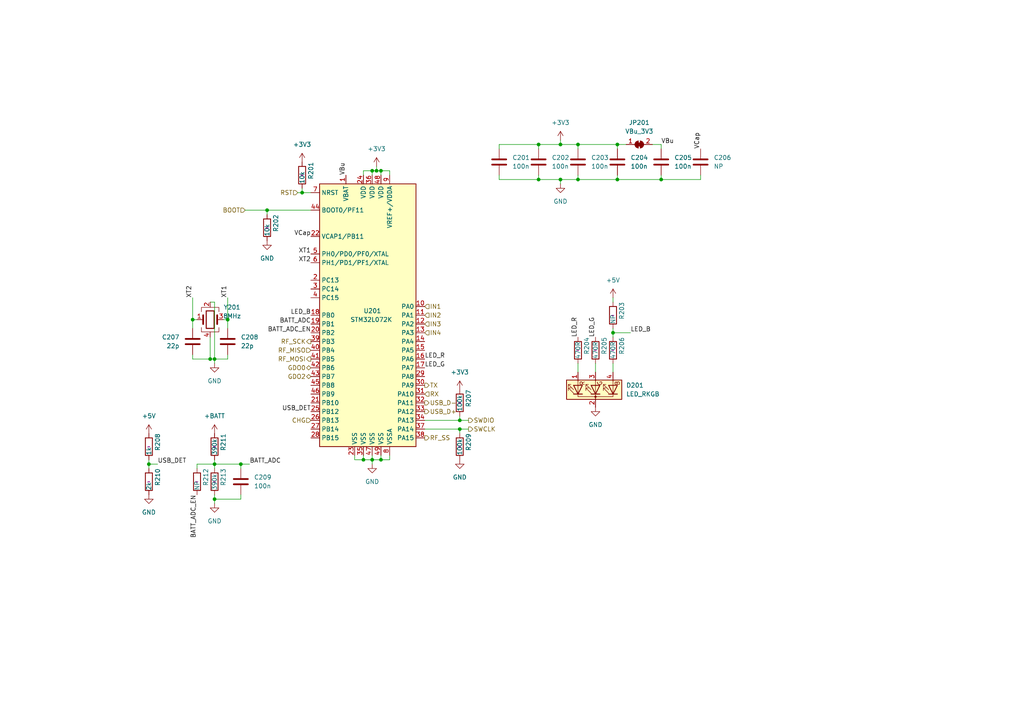
<source format=kicad_sch>
(kicad_sch (version 20211123) (generator eeschema)
  (paper "A4")
  (lib_symbols
    (symbol "Device:C" (pin_numbers hide) (pin_names (offset 0.254))
      (property "Reference" "C" (at 0.635 2.54 0))
      (property "Value" "C" (at 0.635 -2.54 0))
      (symbol "C_0_1"
        (polyline (pts (xy -2.032 -0.762) (xy 2.032 -0.762)) (stroke (width 0.508)))
        (polyline (pts (xy -2.032 0.762) (xy 2.032 0.762)) (stroke (width 0.508)))
      )
      (symbol "C_1_1"
        (pin passive line (at 0 3.81 270) (length 2.794) (name "~") (number "1"))
        (pin passive line (at 0 -3.81 90) (length 2.794) (name "~") (number "2"))
      )
    )
    (symbol "Device:Crystal_GND24" (pin_names (offset 1.016) hide)
      (property "Reference" "Y" (at 3.175 5.08 0))
      (property "Value" "Crystal_GND24" (at 3.175 3.175 0))
      (symbol "Crystal_GND24_0_1"
        (rectangle (start -1.143 2.54) (end 1.143 -2.54) (stroke (width 0.3048)))
        (polyline (pts (xy -2.54 0) (xy -2.032 0)))
        (polyline (pts (xy -2.032 -1.27) (xy -2.032 1.27)) (stroke (width 0.508)))
        (polyline (pts (xy 0 -3.81) (xy 0 -3.556)))
        (polyline (pts (xy 0 3.556) (xy 0 3.81)))
        (polyline (pts (xy 2.032 -1.27) (xy 2.032 1.27)) (stroke (width 0.508)))
        (polyline (pts (xy 2.032 0) (xy 2.54 0)))
        (polyline (pts (xy -2.54 -2.286) (xy -2.54 -3.556) (xy 2.54 -3.556) (xy 2.54 -2.286)))
        (polyline (pts (xy -2.54 2.286) (xy -2.54 3.556) (xy 2.54 3.556) (xy 2.54 2.286)))
      )
      (symbol "Crystal_GND24_1_1"
        (pin passive line (at -3.81 0 0) (length 1.27) (name "1") (number "1"))
        (pin passive line (at 0 5.08 270) (length 1.27) (name "2") (number "2"))
        (pin passive line (at 3.81 0 180) (length 1.27) (name "3") (number "3"))
        (pin passive line (at 0 -5.08 90) (length 1.27) (name "4") (number "4"))
      )
    )
    (symbol "Device:LED_RKGB" (pin_names (offset 0) hide)
      (property "Reference" "D" (at 0 9.398 0))
      (property "Value" "LED_RKGB" (at 0 -8.89 0))
      (symbol "LED_RKGB_0_0"
        (text "B" (at 1.905 -6.35 0) (effects (font (size 1.27 1.27))))
        (text "G" (at 1.905 -1.27 0) (effects (font (size 1.27 1.27))))
        (text "R" (at 1.905 3.81 0) (effects (font (size 1.27 1.27))))
      )
      (symbol "LED_RKGB_0_1"
        (circle (center -2.032 0) (radius 0.254) (fill (type outline)))
        (polyline (pts (xy -1.27 -5.08) (xy 1.27 -5.08)))
        (polyline (pts (xy -1.27 -3.81) (xy -1.27 -6.35)) (stroke (width 0.254)))
        (polyline (pts (xy -1.27 0) (xy -2.54 0)))
        (polyline (pts (xy -1.27 1.27) (xy -1.27 -1.27)) (stroke (width 0.254)))
        (polyline (pts (xy -1.27 5.08) (xy 1.27 5.08)))
        (polyline (pts (xy -1.27 6.35) (xy -1.27 3.81)) (stroke (width 0.254)))
        (polyline (pts (xy 1.27 -5.08) (xy 2.54 -5.08)))
        (polyline (pts (xy 1.27 0) (xy -1.27 0)))
        (polyline (pts (xy 1.27 0) (xy 2.54 0)))
        (polyline (pts (xy 1.27 5.08) (xy 2.54 5.08)))
        (polyline (pts (xy -1.27 1.27) (xy -1.27 -1.27) (xy -1.27 -1.27)))
        (polyline (pts (xy -1.27 6.35) (xy -1.27 3.81) (xy -1.27 3.81)))
        (polyline (pts (xy -1.27 5.08) (xy -2.032 5.08) (xy -2.032 -5.08) (xy -1.016 -5.08)))
        (polyline (pts (xy 1.27 -3.81) (xy 1.27 -6.35) (xy -1.27 -5.08) (xy 1.27 -3.81)) (stroke (width 0.254)))
        (polyline (pts (xy 1.27 1.27) (xy 1.27 -1.27) (xy -1.27 0) (xy 1.27 1.27)) (stroke (width 0.254)))
        (polyline (pts (xy 1.27 6.35) (xy 1.27 3.81) (xy -1.27 5.08) (xy 1.27 6.35)) (stroke (width 0.254)))
        (polyline (pts (xy -1.016 -3.81) (xy 0.508 -2.286) (xy -0.254 -2.286) (xy 0.508 -2.286) (xy 0.508 -3.048)))
        (polyline (pts (xy -1.016 1.27) (xy 0.508 2.794) (xy -0.254 2.794) (xy 0.508 2.794) (xy 0.508 2.032)))
        (polyline (pts (xy -1.016 6.35) (xy 0.508 7.874) (xy -0.254 7.874) (xy 0.508 7.874) (xy 0.508 7.112)))
        (polyline (pts (xy 0 -3.81) (xy 1.524 -2.286) (xy 0.762 -2.286) (xy 1.524 -2.286) (xy 1.524 -3.048)))
        (polyline (pts (xy 0 1.27) (xy 1.524 2.794) (xy 0.762 2.794) (xy 1.524 2.794) (xy 1.524 2.032)))
        (polyline (pts (xy 0 6.35) (xy 1.524 7.874) (xy 0.762 7.874) (xy 1.524 7.874) (xy 1.524 7.112)))
        (rectangle (start 1.27 -1.27) (end 1.27 1.27))
        (rectangle (start 1.27 1.27) (end 1.27 1.27))
        (rectangle (start 1.27 3.81) (end 1.27 6.35))
        (rectangle (start 1.27 6.35) (end 1.27 6.35))
        (rectangle (start 2.794 8.382) (end -2.794 -7.62) (stroke (width 0.254)) (fill (type background)))
      )
      (symbol "LED_RKGB_1_1"
        (pin passive line (at 5.08 5.08 180) (length 2.54) (name "RA") (number "1"))
        (pin passive line (at -5.08 0 0) (length 2.54) (name "K") (number "2"))
        (pin passive line (at 5.08 0 180) (length 2.54) (name "GA") (number "3"))
        (pin passive line (at 5.08 -5.08 180) (length 2.54) (name "BA") (number "4"))
      )
    )
    (symbol "Device:R" (pin_numbers hide) (pin_names (offset 0))
      (property "Reference" "R" (at 2.032 0 90))
      (property "Value" "R" (at 0 0 90))
      (symbol "R_0_1"
        (rectangle (start -1.016 -2.54) (end 1.016 2.54) (stroke (width 0.254)))
      )
      (symbol "R_1_1"
        (pin passive line (at 0 3.81 270) (length 1.27) (name "~") (number "1"))
        (pin passive line (at 0 -3.81 90) (length 1.27) (name "~") (number "2"))
      )
    )
    (symbol "Jumper:SolderJumper_2_Bridged" (pin_names (offset 0) hide)
      (property "Reference" "JP" (at 0 2.032 0))
      (property "Value" "SolderJumper_2_Bridged" (at 0 -2.54 0))
      (symbol "SolderJumper_2_Bridged_0_1"
        (rectangle (start -0.508 0.508) (end 0.508 -0.508) (fill (type outline)))
        (arc (start -0.254 1.016) (mid -1.27 0) (end -0.254 -1.016))
        (arc (start -0.254 1.016) (mid -1.27 0) (end -0.254 -1.016) (fill (type outline)))
        (polyline (pts (xy -0.254 1.016) (xy -0.254 -1.016)))
        (polyline (pts (xy 0.254 1.016) (xy 0.254 -1.016)))
        (arc (start 0.254 -1.016) (mid 1.27 0) (end 0.254 1.016))
        (arc (start 0.254 -1.016) (mid 1.27 0) (end 0.254 1.016) (fill (type outline)))
      )
      (symbol "SolderJumper_2_Bridged_1_1"
        (pin passive line (at -3.81 0 0) (length 2.54) (name "A") (number "1"))
        (pin passive line (at 3.81 0 180) (length 2.54) (name "B") (number "2"))
      )
    )
    (symbol "MCU_ST_STM32F4:STM32FxxxCx"
      (property "Reference" "U301" (at 4.5594 43.18 0))
      (property "Value" "STM32FxxxCx" (at 4.5594 40.64 0))
      (symbol "STM32FxxxCx_0_1"
        (rectangle (start -15.24 -38.1) (end 12.7 38.1) (stroke (width 0.254)) (fill (type background)))
      )
      (symbol "STM32FxxxCx_1_1"
        (pin power_in line (at -7.62 40.64 270) (length 2.54) (name "VBAT") (number "1"))
        (pin bidirectional line (at 15.24 2.54 180) (length 2.54) (name "PA0") (number "10"))
        (pin bidirectional line (at 15.24 0 180) (length 2.54) (name "PA1") (number "11"))
        (pin bidirectional line (at 15.24 -2.54 180) (length 2.54) (name "PA2") (number "12"))
        (pin bidirectional line (at 15.24 -5.08 180) (length 2.54) (name "PA3") (number "13"))
        (pin bidirectional line (at 15.24 -7.62 180) (length 2.54) (name "PA4") (number "14"))
        (pin bidirectional line (at 15.24 -10.16 180) (length 2.54) (name "PA5") (number "15"))
        (pin bidirectional line (at 15.24 -12.7 180) (length 2.54) (name "PA6") (number "16"))
        (pin bidirectional line (at 15.24 -15.24 180) (length 2.54) (name "PA7") (number "17"))
        (pin bidirectional line (at -17.78 0 0) (length 2.54) (name "PB0") (number "18"))
        (pin bidirectional line (at -17.78 -2.54 0) (length 2.54) (name "PB1") (number "19"))
        (pin bidirectional line (at -17.78 10.16 0) (length 2.54) (name "PC13") (number "2"))
        (pin bidirectional line (at -17.78 -5.08 0) (length 2.54) (name "PB2") (number "20"))
        (pin bidirectional line (at -17.78 -25.4 0) (length 2.54) (name "PB10") (number "21"))
        (pin power_in line (at -17.78 22.86 0) (length 2.54) (name "VCAP1/PB11") (number "22"))
        (pin power_in line (at -5.08 -40.64 90) (length 2.54) (name "VSS") (number "23"))
        (pin power_in line (at -2.54 40.64 270) (length 2.54) (name "VDD") (number "24"))
        (pin bidirectional line (at -17.78 -27.94 0) (length 2.54) (name "PB12") (number "25"))
        (pin bidirectional line (at -17.78 -30.48 0) (length 2.54) (name "PB13") (number "26"))
        (pin bidirectional line (at -17.78 -33.02 0) (length 2.54) (name "PB14") (number "27"))
        (pin bidirectional line (at -17.78 -35.56 0) (length 2.54) (name "PB15") (number "28"))
        (pin bidirectional line (at 15.24 -17.78 180) (length 2.54) (name "PA8") (number "29"))
        (pin bidirectional line (at -17.78 7.62 0) (length 2.54) (name "PC14") (number "3"))
        (pin bidirectional line (at 15.24 -20.32 180) (length 2.54) (name "PA9") (number "30"))
        (pin bidirectional line (at 15.24 -22.86 180) (length 2.54) (name "PA10") (number "31"))
        (pin bidirectional line (at 15.24 -25.4 180) (length 2.54) (name "PA11") (number "32"))
        (pin bidirectional line (at 15.24 -27.94 180) (length 2.54) (name "PA12") (number "33"))
        (pin bidirectional line (at 15.24 -30.48 180) (length 2.54) (name "PA13") (number "34"))
        (pin power_in line (at -2.54 -40.64 90) (length 2.54) (name "VSS") (number "35"))
        (pin power_in line (at 0 40.64 270) (length 2.54) (name "VDD") (number "36"))
        (pin bidirectional line (at 15.24 -33.02 180) (length 2.54) (name "PA14") (number "37"))
        (pin bidirectional line (at 15.24 -35.56 180) (length 2.54) (name "PA15") (number "38"))
        (pin bidirectional line (at -17.78 -7.62 0) (length 2.54) (name "PB3") (number "39"))
        (pin bidirectional line (at -17.78 5.08 0) (length 2.54) (name "PC15") (number "4"))
        (pin bidirectional line (at -17.78 -10.16 0) (length 2.54) (name "PB4") (number "40"))
        (pin bidirectional line (at -17.78 -12.7 0) (length 2.54) (name "PB5") (number "41"))
        (pin bidirectional line (at -17.78 -15.24 0) (length 2.54) (name "PB6") (number "42"))
        (pin bidirectional line (at -17.78 -17.78 0) (length 2.54) (name "PB7") (number "43"))
        (pin input line (at -17.78 30.48 0) (length 2.54) (name "BOOT0/PF11") (number "44"))
        (pin bidirectional line (at -17.78 -20.32 0) (length 2.54) (name "PB8") (number "45"))
        (pin bidirectional line (at -17.78 -22.86 0) (length 2.54) (name "PB9") (number "46"))
        (pin power_in line (at 0 -40.64 90) (length 2.54) (name "VSS") (number "47"))
        (pin power_in line (at 2.54 40.64 270) (length 2.54) (name "VDD") (number "48"))
        (pin power_in line (at 2.54 -40.64 90) (length 2.54) (name "VSS") (number "49"))
        (pin input line (at -17.78 17.78 0) (length 2.54) (name "PH0/PD0/PF0/XTAL") (number "5"))
        (pin input line (at -17.78 15.24 0) (length 2.54) (name "PH1/PD1/PF1/XTAL") (number "6"))
        (pin input line (at -17.78 35.56 0) (length 2.54) (name "NRST") (number "7"))
        (pin power_in line (at 5.08 -40.64 90) (length 2.54) (name "VSSA") (number "8"))
        (pin power_in line (at 5.08 40.64 270) (length 2.54) (name "VREF+/VDDA") (number "9"))
      )
    )
    (symbol "power:+3V3" (power) (pin_names (offset 0))
      (property "Value" "+3V3" (at 0 3.556 0))
      (symbol "+3V3_0_1"
        (polyline (pts (xy -0.762 1.27) (xy 0 2.54)))
        (polyline (pts (xy 0 0) (xy 0 2.54)))
        (polyline (pts (xy 0 2.54) (xy 0.762 1.27)))
      )
      (symbol "+3V3_1_1"
        (pin power_in line (at 0 0 90) (length 0) hide (name "+3V3") (number "1"))
      )
    )
    (symbol "power:+5V" (power) (pin_names (offset 0))
      (property "Value" "+5V" (at 0 3.556 0))
      (symbol "+5V_0_1"
        (polyline (pts (xy -0.762 1.27) (xy 0 2.54)))
        (polyline (pts (xy 0 0) (xy 0 2.54)))
        (polyline (pts (xy 0 2.54) (xy 0.762 1.27)))
      )
      (symbol "+5V_1_1"
        (pin power_in line (at 0 0 90) (length 0) hide (name "+5V") (number "1"))
      )
    )
    (symbol "power:+BATT" (power) (pin_names (offset 0))
      (property "Value" "+BATT" (at 0 3.556 0))
      (symbol "+BATT_0_1"
        (polyline (pts (xy -0.762 1.27) (xy 0 2.54)))
        (polyline (pts (xy 0 0) (xy 0 2.54)))
        (polyline (pts (xy 0 2.54) (xy 0.762 1.27)))
      )
      (symbol "+BATT_1_1"
        (pin power_in line (at 0 0 90) (length 0) hide (name "+BATT") (number "1"))
      )
    )
    (symbol "power:GND" (power) (pin_names (offset 0))
      (property "Value" "GND" (at 0 -3.81 0))
      (symbol "GND_0_1"
        (polyline (pts (xy 0 0) (xy 0 -1.27) (xy 1.27 -1.27) (xy 0 -2.54) (xy -1.27 -1.27) (xy 0 -1.27)))
      )
      (symbol "GND_1_1"
        (pin power_in line (at 0 0 270) (length 0) hide (name "GND") (number "1"))
      )
    )
  )
  (junction (at 107.95 49.53))
  (junction (at 62.23 104.14))
  (junction (at 105.41 133.35))
  (junction (at 107.95 133.35))
  (junction (at 110.49 49.53))
  (junction (at 133.35 121.92))
  (junction (at 62.23 134.62))
  (junction (at 167.64 41.91))
  (junction (at 162.56 41.91))
  (junction (at 55.88 92.71))
  (junction (at 69.85 134.62))
  (junction (at 179.07 41.91))
  (junction (at 66.04 92.71))
  (junction (at 156.21 52.07))
  (junction (at 62.23 144.78))
  (junction (at 60.96 104.14))
  (junction (at 109.22 49.53))
  (junction (at 167.64 52.07))
  (junction (at 177.8 96.52))
  (junction (at 77.47 60.96))
  (junction (at 110.49 133.35))
  (junction (at 162.56 52.07))
  (junction (at 43.18 134.62))
  (junction (at 133.35 124.46))
  (junction (at 87.63 55.88))
  (junction (at 156.21 41.91))
  (junction (at 191.77 52.07))
  (junction (at 179.07 52.07))
  (wire (pts (xy 102.87 132.08) (xy 102.87 133.35)))
  (wire (pts (xy 77.47 60.96) (xy 90.17 60.96)))
  (wire (pts (xy 144.78 41.91) (xy 156.21 41.91)))
  (wire (pts (xy 71.12 60.96) (xy 77.47 60.96)))
  (wire (pts (xy 66.04 102.87) (xy 66.04 104.14)))
  (wire (pts (xy 105.41 49.53) (xy 105.41 50.8)))
  (wire (pts (xy 43.18 134.62) (xy 45.72 134.62)))
  (wire (pts (xy 109.22 48.26) (xy 109.22 49.53)))
  (wire (pts (xy 110.49 132.08) (xy 110.49 133.35)))
  (wire (pts (xy 167.64 50.8) (xy 167.64 52.07)))
  (wire (pts (xy 60.96 104.14) (xy 62.23 104.14)))
  (wire (pts (xy 179.07 41.91) (xy 181.61 41.91)))
  (wire (pts (xy 60.96 104.14) (xy 55.88 104.14)))
  (wire (pts (xy 156.21 41.91) (xy 156.21 43.18)))
  (wire (pts (xy 144.78 50.8) (xy 144.78 52.07)))
  (wire (pts (xy 43.18 133.35) (xy 43.18 134.62)))
  (wire (pts (xy 144.78 52.07) (xy 156.21 52.07)))
  (wire (pts (xy 172.72 105.41) (xy 172.72 107.95)))
  (wire (pts (xy 113.03 133.35) (xy 113.03 132.08)))
  (wire (pts (xy 123.19 124.46) (xy 133.35 124.46)))
  (wire (pts (xy 107.95 49.53) (xy 109.22 49.53)))
  (wire (pts (xy 191.77 52.07) (xy 203.2 52.07)))
  (wire (pts (xy 62.23 133.35) (xy 62.23 134.62)))
  (wire (pts (xy 167.64 105.41) (xy 167.64 107.95)))
  (wire (pts (xy 133.35 124.46) (xy 133.35 125.73)))
  (wire (pts (xy 55.88 92.71) (xy 55.88 95.25)))
  (wire (pts (xy 87.63 55.88) (xy 90.17 55.88)))
  (wire (pts (xy 177.8 105.41) (xy 177.8 107.95)))
  (wire (pts (xy 177.8 96.52) (xy 182.88 96.52)))
  (wire (pts (xy 177.8 96.52) (xy 177.8 97.79)))
  (wire (pts (xy 69.85 134.62) (xy 72.39 134.62)))
  (wire (pts (xy 87.63 54.61) (xy 87.63 55.88)))
  (wire (pts (xy 110.49 49.53) (xy 113.03 49.53)))
  (wire (pts (xy 189.23 41.91) (xy 191.77 41.91)))
  (wire (pts (xy 156.21 41.91) (xy 162.56 41.91)))
  (wire (pts (xy 62.23 144.78) (xy 69.85 144.78)))
  (wire (pts (xy 69.85 144.78) (xy 69.85 143.51)))
  (wire (pts (xy 123.19 121.92) (xy 133.35 121.92)))
  (wire (pts (xy 62.23 143.51) (xy 62.23 144.78)))
  (wire (pts (xy 62.23 87.63) (xy 62.23 104.14)))
  (wire (pts (xy 69.85 134.62) (xy 69.85 135.89)))
  (wire (pts (xy 162.56 52.07) (xy 162.56 53.34)))
  (wire (pts (xy 43.18 134.62) (xy 43.18 135.89)))
  (wire (pts (xy 55.88 92.71) (xy 57.15 92.71)))
  (wire (pts (xy 179.07 52.07) (xy 191.77 52.07)))
  (wire (pts (xy 177.8 86.36) (xy 177.8 87.63)))
  (wire (pts (xy 203.2 52.07) (xy 203.2 50.8)))
  (wire (pts (xy 110.49 133.35) (xy 113.03 133.35)))
  (wire (pts (xy 167.64 41.91) (xy 179.07 41.91)))
  (wire (pts (xy 62.23 144.78) (xy 62.23 146.05)))
  (wire (pts (xy 191.77 41.91) (xy 191.77 43.18)))
  (wire (pts (xy 107.95 133.35) (xy 107.95 134.62)))
  (wire (pts (xy 133.35 124.46) (xy 135.89 124.46)))
  (wire (pts (xy 133.35 120.65) (xy 133.35 121.92)))
  (wire (pts (xy 62.23 104.14) (xy 66.04 104.14)))
  (wire (pts (xy 62.23 134.62) (xy 69.85 134.62)))
  (wire (pts (xy 86.36 55.88) (xy 87.63 55.88)))
  (wire (pts (xy 64.77 92.71) (xy 66.04 92.71)))
  (wire (pts (xy 55.88 104.14) (xy 55.88 102.87)))
  (wire (pts (xy 179.07 41.91) (xy 179.07 43.18)))
  (wire (pts (xy 109.22 49.53) (xy 110.49 49.53)))
  (wire (pts (xy 55.88 86.36) (xy 55.88 92.71)))
  (wire (pts (xy 167.64 52.07) (xy 179.07 52.07)))
  (wire (pts (xy 62.23 134.62) (xy 57.15 134.62)))
  (wire (pts (xy 179.07 50.8) (xy 179.07 52.07)))
  (wire (pts (xy 144.78 41.91) (xy 144.78 43.18)))
  (wire (pts (xy 156.21 50.8) (xy 156.21 52.07)))
  (wire (pts (xy 77.47 60.96) (xy 77.47 62.23)))
  (wire (pts (xy 62.23 104.14) (xy 62.23 105.41)))
  (wire (pts (xy 107.95 49.53) (xy 107.95 50.8)))
  (wire (pts (xy 57.15 134.62) (xy 57.15 135.89)))
  (wire (pts (xy 105.41 132.08) (xy 105.41 133.35)))
  (wire (pts (xy 105.41 133.35) (xy 107.95 133.35)))
  (wire (pts (xy 60.96 87.63) (xy 62.23 87.63)))
  (wire (pts (xy 60.96 97.79) (xy 60.96 104.14)))
  (wire (pts (xy 162.56 52.07) (xy 167.64 52.07)))
  (wire (pts (xy 133.35 121.92) (xy 135.89 121.92)))
  (wire (pts (xy 156.21 52.07) (xy 162.56 52.07)))
  (wire (pts (xy 113.03 49.53) (xy 113.03 50.8)))
  (wire (pts (xy 110.49 49.53) (xy 110.49 50.8)))
  (wire (pts (xy 105.41 49.53) (xy 107.95 49.53)))
  (wire (pts (xy 66.04 92.71) (xy 66.04 95.25)))
  (wire (pts (xy 162.56 41.91) (xy 167.64 41.91)))
  (wire (pts (xy 167.64 41.91) (xy 167.64 43.18)))
  (wire (pts (xy 162.56 40.64) (xy 162.56 41.91)))
  (wire (pts (xy 102.87 133.35) (xy 105.41 133.35)))
  (wire (pts (xy 107.95 133.35) (xy 110.49 133.35)))
  (wire (pts (xy 177.8 95.25) (xy 177.8 96.52)))
  (wire (pts (xy 107.95 132.08) (xy 107.95 133.35)))
  (wire (pts (xy 62.23 134.62) (xy 62.23 135.89)))
  (wire (pts (xy 66.04 86.36) (xy 66.04 92.71)))
  (wire (pts (xy 191.77 50.8) (xy 191.77 52.07)))
  (label "BATT_ADC_EN" (at 57.15 143.51 270))
  (label "LED_G" (at 172.72 97.79 90))
  (label "VCap" (at 203.2 43.18 90))
  (label "VBu" (at 191.77 41.91 0))
  (label "XT1" (at 66.04 86.36 90))
  (label "XT1" (at 90.17 73.66 180))
  (label "XT2" (at 90.17 76.2 180))
  (label "BATT_ADC_EN" (at 90.17 96.52 180))
  (label "LED_B" (at 182.88 96.52 0))
  (label "USB_DET" (at 90.17 119.38 180))
  (label "LED_R" (at 123.19 104.14 0))
  (label "USB_DET" (at 45.72 134.62 0))
  (label "VBu" (at 100.33 50.8 90))
  (label "LED_B" (at 90.17 91.44 180))
  (label "BATT_ADC" (at 72.39 134.62 0))
  (label "VCap" (at 90.17 68.58 180))
  (label "LED_G" (at 123.19 106.68 0))
  (label "BATT_ADC" (at 90.17 93.98 180))
  (label "LED_R" (at 167.64 97.79 90))
  (label "XT2" (at 55.88 86.36 90))
  (hierarchical_label "GDO0" (shape bidirectional) (at 90.17 106.68 180))
  (hierarchical_label "IN3" (shape input) (at 123.19 93.98 0))
  (hierarchical_label "IN1" (shape input) (at 123.19 88.9 0))
  (hierarchical_label "IN4" (shape input) (at 123.19 96.52 0))
  (hierarchical_label "RF_MOSI" (shape output) (at 90.17 104.14 180))
  (hierarchical_label "GDO2" (shape bidirectional) (at 90.17 109.22 180))
  (hierarchical_label "RF_SCK" (shape output) (at 90.17 99.06 180))
  (hierarchical_label "USB_D-" (shape output) (at 123.19 116.84 0))
  (hierarchical_label "RX" (shape input) (at 123.19 114.3 0))
  (hierarchical_label "RST" (shape input) (at 86.36 55.88 180))
  (hierarchical_label "IN2" (shape input) (at 123.19 91.44 0))
  (hierarchical_label "SWDIO" (shape output) (at 135.89 121.92 0))
  (hierarchical_label "CHG" (shape input) (at 90.17 121.92 180))
  (hierarchical_label "RF_MISO" (shape input) (at 90.17 101.6 180))
  (hierarchical_label "SWCLK" (shape output) (at 135.89 124.46 0))
  (hierarchical_label "TX" (shape output) (at 123.19 111.76 0))
  (hierarchical_label "BOOT" (shape input) (at 71.12 60.96 180))
  (hierarchical_label "RF_SS" (shape output) (at 123.19 127 0))
  (hierarchical_label "USB_D+" (shape output) (at 123.19 119.38 0))
  (symbol (lib_id "power:+5V") (at 177.8 86.36 0) (unit 1)
    (property "Reference" "#PWR0206" (effects hide))
    (property "Value" "+5V" (at 177.8 81.28 0))
  )
  (symbol (lib_id "power:+3V3") (at 109.22 48.26 0) (unit 1)
    (property "Reference" "#PWR0203" (effects hide))
    (property "Value" "+3V3" (at 109.22 43.18 0))
  )
  (symbol (lib_id "Jumper:SolderJumper_2_Bridged") (at 185.42 41.91 0) (unit 1)
    (property "Reference" "JP201" (at 185.42 35.56 0))
    (property "Value" "VBu_3V3" (at 185.42 38.1 0))
    (property "Footprint" "Jumper:SolderJumper-2_P1.3mm_Bridged_RoundedPad1.0x1.5mm" (effects hide))
    (property "Comments" "Cut to inject seperate VBu into Vbat Pin" (effects hide))
  )
  (symbol (lib_id "power:+5V") (at 43.18 125.73 0) (unit 1)
    (property "Reference" "#PWR0210" (effects hide))
    (property "Value" "+5V" (at 43.18 120.65 0))
  )
  (symbol (lib_id "power:GND") (at 62.23 105.41 0) (mirror y) (unit 1)
    (property "Reference" "#PWR0207" (effects hide))
    (property "Value" "GND" (at 62.23 110.49 0))
  )
  (symbol (lib_id "power:GND") (at 133.35 133.35 0) (unit 1)
    (property "Reference" "#PWR0211" (effects hide))
    (property "Value" "GND" (at 133.35 138.43 0))
  )
  (symbol (lib_id "power:GND") (at 62.23 146.05 0) (unit 1)
    (property "Reference" "#PWR0102" (effects hide))
    (property "Value" "GND" (at 62.23 151.13 0))
  )
  (symbol (lib_id "Device:C") (at 66.04 99.06 180) (unit 1)
    (property "Reference" "C208" (at 69.85 97.7899 0) (effects (justify right)))
    (property "Value" "22p" (at 69.85 100.3299 0) (effects (justify right)))
    (property "Footprint" "Capacitor_SMD:C_0603_1608Metric" (effects hide))
    (property "Comments" "Match to Crystal" (effects hide))
    (property "Link" "https://www.lcsc.com/product-detail/Multilayer-Ceramic-Capacitors-MLCC-SMD-SMT_YAGEO-CC0603JRNPO9BN220_C105620.html" (effects hide))
  )
  (symbol (lib_id "Device:R") (at 57.15 139.7 0) (unit 1)
    (property "Reference" "R212" (at 59.69 140.97 90) (effects (justify left)))
    (property "Value" "NP" (at 57.15 142.24 90) (effects (justify left)))
    (property "Footprint" "Resistor_SMD:R_0603_1608Metric" (effects hide))
    (property "Datasheet" "~" (at 57.15 139.7 0))
  )
  (symbol (lib_id "Device:R") (at 177.8 101.6 0) (unit 1)
    (property "Reference" "R206" (at 180.34 102.87 90) (effects (justify left)))
    (property "Value" "470R" (at 177.8 104.14 90) (effects (justify left)))
    (property "Footprint" "Resistor_SMD:R_0603_1608Metric" (effects hide))
    (property "Datasheet" "~" (at 177.8 101.6 0))
  )
  (symbol (lib_id "Device:R") (at 43.18 139.7 0) (unit 1)
    (property "Reference" "R210" (at 45.72 140.97 90) (effects (justify left)))
    (property "Value" "2k" (at 43.18 142.24 90) (effects (justify left)))
    (property "Footprint" "Resistor_SMD:R_0603_1608Metric" (effects hide))
    (property "Datasheet" "~" (at 43.18 139.7 0))
  )
  (symbol (lib_id "Device:C") (at 55.88 99.06 0) (mirror x) (unit 1)
    (property "Reference" "C207" (at 52.07 97.7899 0) (effects (justify right)))
    (property "Value" "22p" (at 52.07 100.3299 0) (effects (justify right)))
    (property "Footprint" "Capacitor_SMD:C_0603_1608Metric" (effects hide))
    (property "Comments" "Match to Crystal" (effects hide))
    (property "Link" "https://www.lcsc.com/product-detail/Multilayer-Ceramic-Capacitors-MLCC-SMD-SMT_YAGEO-CC0603JRNPO9BN220_C105620.html" (effects hide))
  )
  (symbol (lib_id "Device:R") (at 62.23 129.54 0) (unit 1)
    (property "Reference" "R211" (at 64.77 130.81 90) (effects (justify left)))
    (property "Value" "390k" (at 62.23 132.08 90) (effects (justify left)))
    (property "Footprint" "Resistor_SMD:R_0603_1608Metric" (effects hide))
    (property "Datasheet" "~" (at 62.23 129.54 0))
  )
  (symbol (lib_id "power:+3V3") (at 87.63 46.99 0) (unit 1)
    (property "Reference" "#PWR0202" (effects hide))
    (property "Value" "+3V3" (at 87.63 41.91 0))
  )
  (symbol (lib_id "power:GND") (at 107.95 134.62 0) (unit 1)
    (property "Reference" "#PWR0212" (effects hide))
    (property "Value" "GND" (at 107.95 139.7 0))
  )
  (symbol (lib_id "Device:R") (at 133.35 116.84 0) (unit 1)
    (property "Reference" "R207" (at 135.89 118.11 90) (effects (justify left)))
    (property "Value" "100k" (at 133.35 119.38 90) (effects (justify left)))
    (property "Footprint" "Resistor_SMD:R_0603_1608Metric" (effects hide))
    (property "Datasheet" "~" (at 133.35 116.84 0))
  )
  (symbol (lib_id "Device:LED_RKGB") (at 172.72 113.03 90) (unit 1)
    (property "Reference" "D201" (at 181.61 111.7599 90) (effects (justify right)))
    (property "Value" "LED_RKGB" (at 181.61 114.2999 90) (effects (justify right)))
    (property "Footprint" "LED_THT:LED_D5.0mm-4_RGB" (effects hide))
    (property "Link" "https://www.lcsc.com/product-detail/Light-Emitting-Diodes-LED_TOGIALED-TJ-L5FYTXHTCSLCRGB-A5_C331058.html" (effects hide))
  )
  (symbol (lib_id "Device:C") (at 203.2 46.99 0) (unit 1)
    (property "Reference" "C206" (at 207.01 45.7199 0) (effects (justify left)))
    (property "Value" "NP" (at 207.01 48.2599 0) (effects (justify left)))
    (property "Footprint" "Capacitor_SMD:C_0603_1608Metric" (effects hide))
    (property "Comments" "Place if Pin22 is VCap" (effects hide))
  )
  (symbol (lib_id "Device:R") (at 133.35 129.54 0) (unit 1)
    (property "Reference" "R209" (at 135.89 130.81 90) (effects (justify left)))
    (property "Value" "100k" (at 133.35 132.08 90) (effects (justify left)))
    (property "Footprint" "Resistor_SMD:R_0603_1608Metric" (effects hide))
    (property "Datasheet" "~" (at 133.35 129.54 0))
  )
  (symbol (lib_id "Device:R") (at 43.18 129.54 0) (unit 1)
    (property "Reference" "R208" (at 45.72 130.81 90) (effects (justify left)))
    (property "Value" "1k" (at 43.18 132.08 90) (effects (justify left)))
    (property "Footprint" "Resistor_SMD:R_0603_1608Metric" (effects hide))
    (property "Datasheet" "~" (at 43.18 129.54 0))
  )
  (symbol (lib_id "power:+3V3") (at 162.56 40.64 0) (unit 1)
    (property "Reference" "#PWR0201" (effects hide))
    (property "Value" "+3V3" (at 162.56 35.56 0))
  )
  (symbol (lib_id "power:GND") (at 172.72 118.11 0) (unit 1)
    (property "Reference" "#PWR0209" (effects hide))
    (property "Value" "GND" (at 172.72 123.19 0))
  )
  (symbol (lib_id "Device:R") (at 77.47 66.04 0) (unit 1)
    (property "Reference" "R202" (at 80.01 67.31 90) (effects (justify left)))
    (property "Value" "10k" (at 77.47 68.58 90) (effects (justify left)))
    (property "Footprint" "Resistor_SMD:R_0603_1608Metric" (effects hide))
    (property "Datasheet" "~" (at 77.47 66.04 0))
  )
  (symbol (lib_id "Device:R") (at 87.63 50.8 0) (unit 1)
    (property "Reference" "R201" (at 90.17 52.07 90) (effects (justify left)))
    (property "Value" "10k" (at 87.63 53.34 90) (effects (justify left)))
    (property "Footprint" "Resistor_SMD:R_0603_1608Metric" (effects hide))
    (property "Datasheet" "~" (at 87.63 50.8 0))
  )
  (symbol (lib_id "Device:C") (at 69.85 139.7 0) (unit 1)
    (property "Reference" "C209" (at 73.66 138.4299 0) (effects (justify left)))
    (property "Value" "100n" (at 73.66 140.9699 0) (effects (justify left)))
    (property "Footprint" "Capacitor_SMD:C_0603_1608Metric" (effects hide))
    (property "Link" "https://www.lcsc.com/product-detail/Multilayer-Ceramic-Capacitors-MLCC-SMD-SMT_FH-Guangdong-Fenghua-Advanced-Tech-0603B104K500NT_C30926.html" (effects hide))
  )
  (symbol (lib_id "Device:R") (at 62.23 139.7 0) (unit 1)
    (property "Reference" "R213" (at 64.77 140.97 90) (effects (justify left)))
    (property "Value" "390k" (at 62.23 142.24 90) (effects (justify left)))
    (property "Footprint" "Resistor_SMD:R_0603_1608Metric" (effects hide))
    (property "Datasheet" "~" (at 62.23 139.7 0))
  )
  (symbol (lib_id "Device:R") (at 177.8 91.44 0) (unit 1)
    (property "Reference" "R203" (at 180.34 92.71 90) (effects (justify left)))
    (property "Value" "NP" (at 177.8 93.98 90) (effects (justify left)))
    (property "Footprint" "Resistor_SMD:R_0603_1608Metric" (effects hide))
    (property "Datasheet" "~" (at 177.8 91.44 0))
    (property "Comments" "Place if LDO <3V is used" (effects hide))
  )
  (symbol (lib_id "Device:C") (at 191.77 46.99 0) (unit 1)
    (property "Reference" "C205" (at 195.58 45.7199 0) (effects (justify left)))
    (property "Value" "100n" (at 195.58 48.2599 0) (effects (justify left)))
    (property "Footprint" "Capacitor_SMD:C_0603_1608Metric" (effects hide))
    (property "Link" "https://www.lcsc.com/product-detail/Multilayer-Ceramic-Capacitors-MLCC-SMD-SMT_FH-Guangdong-Fenghua-Advanced-Tech-0603B104K500NT_C30926.html" (effects hide))
  )
  (symbol (lib_id "Device:C") (at 144.78 46.99 0) (unit 1)
    (property "Reference" "C201" (at 148.59 45.7199 0) (effects (justify left)))
    (property "Value" "100n" (at 148.59 48.2599 0) (effects (justify left)))
    (property "Footprint" "Capacitor_SMD:C_0603_1608Metric" (effects hide))
    (property "Link" "https://www.lcsc.com/product-detail/Multilayer-Ceramic-Capacitors-MLCC-SMD-SMT_FH-Guangdong-Fenghua-Advanced-Tech-0603B104K500NT_C30926.html" (effects hide))
  )
  (symbol (lib_id "power:GND") (at 43.18 143.51 0) (unit 1)
    (property "Reference" "#PWR0213" (effects hide))
    (property "Value" "GND" (at 43.18 148.59 0))
  )
  (symbol (lib_id "Device:C") (at 167.64 46.99 0) (unit 1)
    (property "Reference" "C203" (at 171.45 45.7199 0) (effects (justify left)))
    (property "Value" "100n" (at 171.45 48.2599 0) (effects (justify left)))
    (property "Footprint" "Capacitor_SMD:C_0603_1608Metric" (effects hide))
    (property "Link" "https://www.lcsc.com/product-detail/Multilayer-Ceramic-Capacitors-MLCC-SMD-SMT_FH-Guangdong-Fenghua-Advanced-Tech-0603B104K500NT_C30926.html" (effects hide))
  )
  (symbol (lib_id "Device:Crystal_GND24") (at 60.96 92.71 0) (unit 1)
    (property "Reference" "Y201" (at 67.31 89.1286 0))
    (property "Value" "8MHz" (at 67.31 91.6686 0))
    (property "Footprint" "Crystal:Crystal_SMD_3225-4Pin_3.2x2.5mm" (effects hide))
    (property "Link" "https://www.lcsc.com/product-detail/Crystals_Yangxing-Tech-X32258MSB4SI_C2682774.html" (effects hide))
  )
  (symbol (lib_id "power:+BATT") (at 62.23 125.73 0) (unit 1)
    (property "Reference" "#PWR0101" (effects hide))
    (property "Value" "+BATT" (at 62.23 120.65 0))
  )
  (symbol (lib_id "Device:C") (at 179.07 46.99 0) (unit 1)
    (property "Reference" "C204" (at 182.88 45.7199 0) (effects (justify left)))
    (property "Value" "100n" (at 182.88 48.2599 0) (effects (justify left)))
    (property "Footprint" "Capacitor_SMD:C_0603_1608Metric" (effects hide))
    (property "Link" "https://www.lcsc.com/product-detail/Multilayer-Ceramic-Capacitors-MLCC-SMD-SMT_FH-Guangdong-Fenghua-Advanced-Tech-0603B104K500NT_C30926.html" (effects hide))
  )
  (symbol (lib_id "Device:C") (at 156.21 46.99 0) (unit 1)
    (property "Reference" "C202" (at 160.02 45.7199 0) (effects (justify left)))
    (property "Value" "100n" (at 160.02 48.2599 0) (effects (justify left)))
    (property "Footprint" "Capacitor_SMD:C_0603_1608Metric" (effects hide))
    (property "Link" "https://www.lcsc.com/product-detail/Multilayer-Ceramic-Capacitors-MLCC-SMD-SMT_FH-Guangdong-Fenghua-Advanced-Tech-0603B104K500NT_C30926.html" (effects hide))
  )
  (symbol (lib_id "MCU_ST_STM32F4:STM32FxxxCx") (at 107.95 91.44 0) (unit 1)
    (property "Reference" "U201" (at 105.41 90.17 0) (effects (justify left)))
    (property "Value" "STM32L072K" (at 101.6 92.71 0) (effects (justify left)))
    (property "Footprint" "lqfpn48_multi:LQFPN-48_7x7_multi" (effects hide))
    (property "Comments" "Footprint optimised to fit most 48-Pin STM32s" (effects hide))
    (property "Link" "https://www.lcsc.com/product-detail/Microcontroller-Units-MCUs-MPUs-SOCs_STMicroelectronics-STM32L072CBT6_C465977.html" (effects hide))
  )
  (symbol (lib_id "power:+3V3") (at 133.35 113.03 0) (unit 1)
    (property "Reference" "#PWR0208" (effects hide))
    (property "Value" "+3V3" (at 133.35 107.95 0))
  )
  (symbol (lib_id "Device:R") (at 172.72 101.6 0) (unit 1)
    (property "Reference" "R205" (at 175.26 102.87 90) (effects (justify left)))
    (property "Value" "470R" (at 172.72 104.14 90) (effects (justify left)))
    (property "Footprint" "Resistor_SMD:R_0603_1608Metric" (effects hide))
    (property "Datasheet" "~" (at 172.72 101.6 0))
  )
  (symbol (lib_id "power:GND") (at 162.56 53.34 0) (unit 1)
    (property "Reference" "#PWR0204" (effects hide))
    (property "Value" "GND" (at 162.56 58.42 0))
  )
  (symbol (lib_id "power:GND") (at 77.47 69.85 0) (mirror y) (unit 1)
    (property "Reference" "#PWR0205" (effects hide))
    (property "Value" "GND" (at 77.47 74.93 0))
  )
  (symbol (lib_id "Device:R") (at 167.64 101.6 0) (unit 1)
    (property "Reference" "R204" (at 170.18 102.87 90) (effects (justify left)))
    (property "Value" "470R" (at 167.64 104.14 90) (effects (justify left)))
    (property "Footprint" "Resistor_SMD:R_0603_1608Metric" (effects hide))
    (property "Datasheet" "~" (at 167.64 101.6 0))
  )
)
</source>
